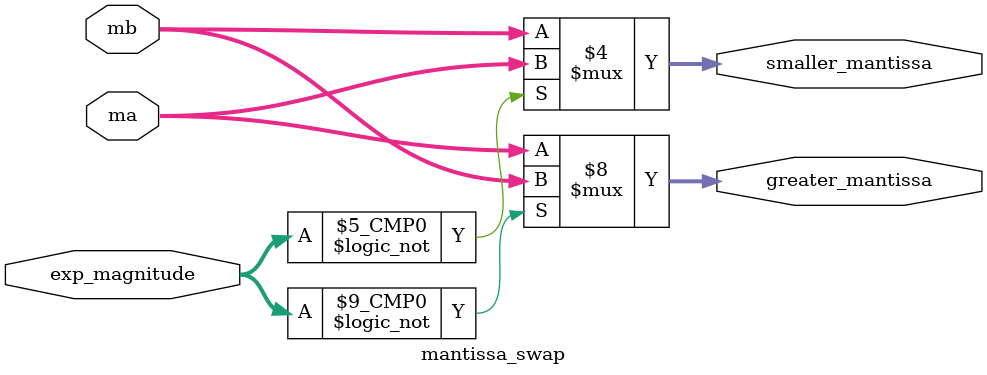
<source format=sv>
`timescale 1ns / 1ps


module mantissa_swap #(parameter MANTISSA_WIDTH=23)(
    input [MANTISSA_WIDTH-1:0] ma, mb,
    input [1:0] exp_magnitude,
    output reg [MANTISSA_WIDTH-1:0] greater_mantissa, smaller_mantissa
);

//local parameters
localparam AGREATER = 2'b10;
localparam BGREATER = 2'b00;
localparam EQUAL = 2'b11;

always @(*) begin 
    case (exp_magnitude)
        AGREATER: begin
            greater_mantissa = ma;
            smaller_mantissa = mb;
            end
        BGREATER: begin
            greater_mantissa = mb;
            smaller_mantissa = ma;
            end
        EQUAL: 
            begin greater_mantissa = ma;
            smaller_mantissa = mb;
            end
        default: begin 
            greater_mantissa = ma;
            smaller_mantissa = mb;
            end
    endcase
    end

endmodule
</source>
